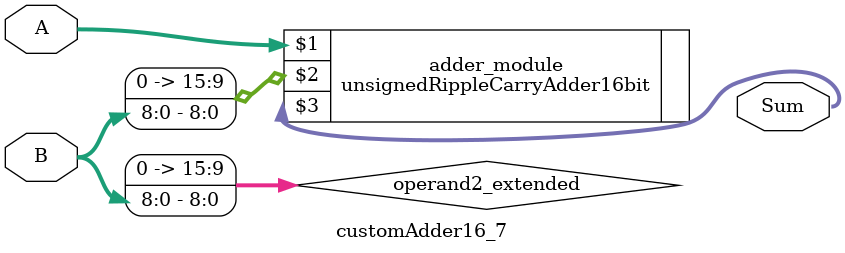
<source format=v>

module customAdder16_7(
                    input [15 : 0] A,
                    input [8 : 0] B,
                    
                    output [16 : 0] Sum
            );

    wire [15 : 0] operand2_extended;
    
    assign operand2_extended =  {7'b0, B};
    
    unsignedRippleCarryAdder16bit adder_module(
        A,
        operand2_extended,
        Sum
    );
    
endmodule
        
</source>
